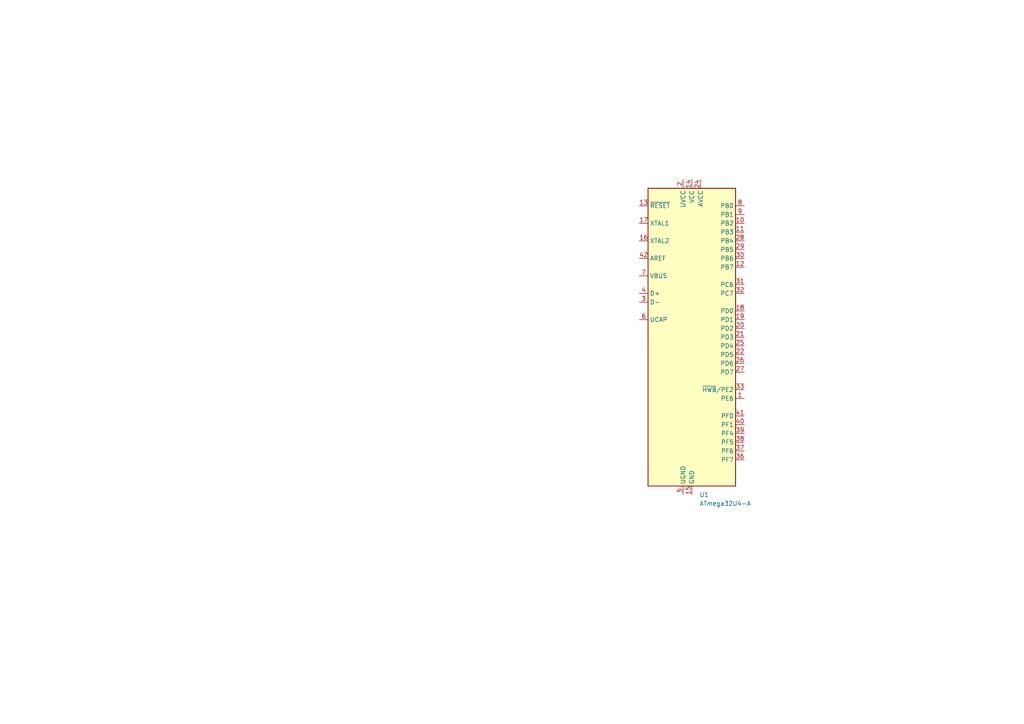
<source format=kicad_sch>
(kicad_sch (version 20231120) (generator "eeschema") (generator_version "8.0")
  (paper "A4")
  (lib_symbols
    (symbol "MCU_Microchip_ATmega:ATmega32U4-A"
      (property "Reference" "U" (at -12.7 44.45 0))
      (property "Value" "ATmega32U4-A" (at 2.54 -44.45 0))
      (symbol "ATmega32U4-A_0_1"
        (rectangle (start -12.7 -43.18) (end 12.7 43.18) (stroke (width 0.254)) (fill (type background)))
      )
      (symbol "ATmega32U4-A_1_1"
        (pin bidirectional line (at 15.24 -17.78 180) (length 2.54) (name "PE6") (number "1"))
        (pin bidirectional line (at 15.24 33.02 180) (length 2.54) (name "PB2") (number "10"))
        (pin bidirectional line (at 15.24 30.48 180) (length 2.54) (name "PB3") (number "11"))
        (pin bidirectional line (at 15.24 20.32 180) (length 2.54) (name "PB7") (number "12"))
        (pin input line (at -15.24 38.1 0) (length 2.54) (name "~{RESET}") (number "13"))
        (pin power_in line (at 0 45.72 270) (length 2.54) (name "VCC") (number "14"))
        (pin power_in line (at 0 -45.72 90) (length 2.54) (name "GND") (number "15"))
        (pin output line (at -15.24 27.94 0) (length 2.54) (name "XTAL2") (number "16"))
        (pin input line (at -15.24 33.02 0) (length 2.54) (name "XTAL1") (number "17"))
        (pin bidirectional line (at 15.24 7.62 180) (length 2.54) (name "PD0") (number "18"))
        (pin bidirectional line (at 15.24 5.08 180) (length 2.54) (name "PD1") (number "19"))
        (pin power_in line (at -2.54 45.72 270) (length 2.54) (name "UVCC") (number "2"))
        (pin bidirectional line (at 15.24 2.54 180) (length 2.54) (name "PD2") (number "20"))
        (pin bidirectional line (at 15.24 0 180) (length 2.54) (name "PD3") (number "21"))
        (pin bidirectional line (at 15.24 -5.08 180) (length 2.54) (name "PD5") (number "22"))
        (pin passive line (at 0 -45.72 90) (length 2.54) hide (name "GND") (number "23"))
        (pin power_in line (at 2.54 45.72 270) (length 2.54) (name "AVCC") (number "24"))
        (pin bidirectional line (at 15.24 -2.54 180) (length 2.54) (name "PD4") (number "25"))
        (pin bidirectional line (at 15.24 -7.62 180) (length 2.54) (name "PD6") (number "26"))
        (pin bidirectional line (at 15.24 -10.16 180) (length 2.54) (name "PD7") (number "27"))
        (pin bidirectional line (at 15.24 27.94 180) (length 2.54) (name "PB4") (number "28"))
        (pin bidirectional line (at 15.24 25.4 180) (length 2.54) (name "PB5") (number "29"))
        (pin bidirectional line (at -15.24 10.16 0) (length 2.54) (name "D-") (number "3"))
        (pin bidirectional line (at 15.24 22.86 180) (length 2.54) (name "PB6") (number "30"))
        (pin bidirectional line (at 15.24 15.24 180) (length 2.54) (name "PC6") (number "31"))
        (pin bidirectional line (at 15.24 12.7 180) (length 2.54) (name "PC7") (number "32"))
        (pin bidirectional line (at 15.24 -15.24 180) (length 2.54) (name "~{HWB}/PE2") (number "33"))
        (pin passive line (at 0 45.72 270) (length 2.54) hide (name "VCC") (number "34"))
        (pin passive line (at 0 -45.72 90) (length 2.54) hide (name "GND") (number "35"))
        (pin bidirectional line (at 15.24 -35.56 180) (length 2.54) (name "PF7") (number "36"))
        (pin bidirectional line (at 15.24 -33.02 180) (length 2.54) (name "PF6") (number "37"))
        (pin bidirectional line (at 15.24 -30.48 180) (length 2.54) (name "PF5") (number "38"))
        (pin bidirectional line (at 15.24 -27.94 180) (length 2.54) (name "PF4") (number "39"))
        (pin bidirectional line (at -15.24 12.7 0) (length 2.54) (name "D+") (number "4"))
        (pin bidirectional line (at 15.24 -25.4 180) (length 2.54) (name "PF1") (number "40"))
        (pin bidirectional line (at 15.24 -22.86 180) (length 2.54) (name "PF0") (number "41"))
        (pin passive line (at -15.24 22.86 0) (length 2.54) (name "AREF") (number "42"))
        (pin passive line (at 0 -45.72 90) (length 2.54) hide (name "GND") (number "43"))
        (pin passive line (at 2.54 45.72 270) (length 2.54) hide (name "AVCC") (number "44"))
        (pin passive line (at -2.54 -45.72 90) (length 2.54) (name "UGND") (number "5"))
        (pin passive line (at -15.24 5.08 0) (length 2.54) (name "UCAP") (number "6"))
        (pin input line (at -15.24 17.78 0) (length 2.54) (name "VBUS") (number "7"))
        (pin bidirectional line (at 15.24 38.1 180) (length 2.54) (name "PB0") (number "8"))
        (pin bidirectional line (at 15.24 35.56 180) (length 2.54) (name "PB1") (number "9"))
      )
    )
  )
  (symbol (lib_id "MCU_Microchip_ATmega:ATmega32U4-A") (at 200.66 97.79 0) (unit 1)
    (property "Reference" "U1" (at 202.8541 143.51 0) (effects (justify left)))
    (property "Value" "ATmega32U4-A" (at 202.8541 146.05 0) (effects (justify left)))
    (property "Footprint" "Package_QFP:TQFP-44_10x10mm_P0.8mm" (effects (hide yes)))
    (property "Datasheet" "http://ww1.microchip.com/downloads/en/DeviceDoc/Atmel-7766-8-bit-AVR-ATmega16U4-32U4_Datasheet.pdf" (effects (hide yes)))
    (property "Description" "16MHz, 32kB Flash, 2.5kB SRAM, 1kB EEPROM, USB 2.0, TQFP-44" (effects (hide yes)))
  )
)
</source>
